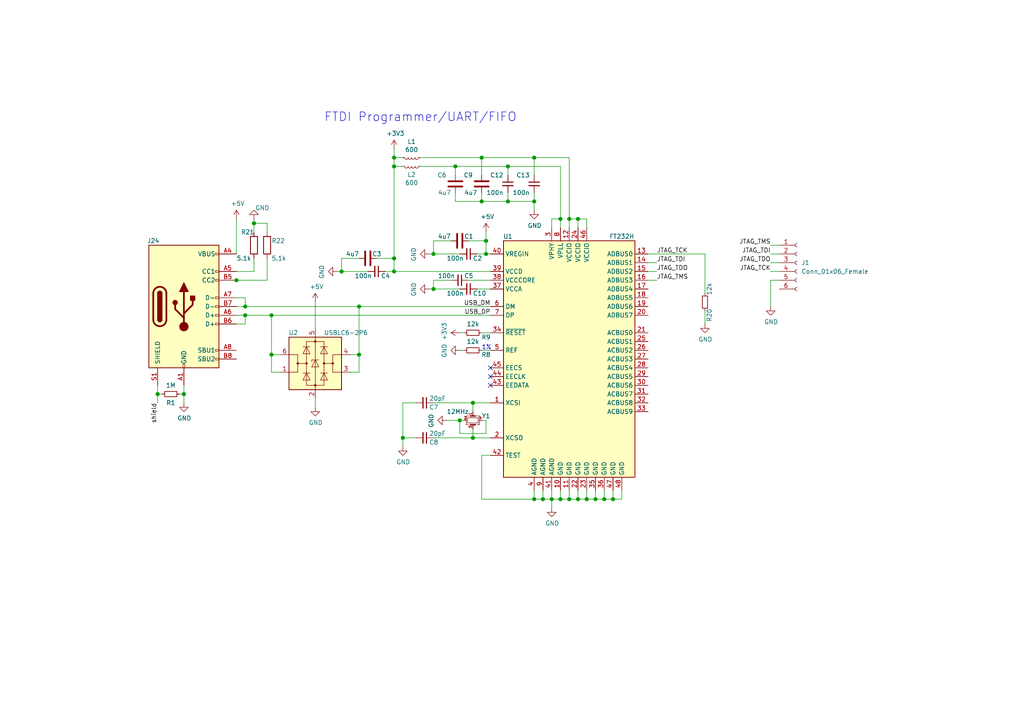
<source format=kicad_sch>
(kicad_sch (version 20230121) (generator eeschema)
  (paper "A4")
  (title_block (title "JTAG Programmer") (date "2020-12-26") (rev "V1.0") (company "GsD"))
  (lib_symbols
    (symbol "Connector:Conn_01x06_Female" (pin_names (offset 1.016) hide)
      (property "Reference" "J" (at 0 7.62 0))
      (property "Value" "Conn_01x06_Female" (at 0 -10.16 0))
      (symbol "Conn_01x06_Female_1_1"
        (arc (start 0 -7.112) (mid -0.5058 -7.62) (end 0 -8.128) (stroke (width 0.1524)))
        (arc (start 0 -4.572) (mid -0.5058 -5.08) (end 0 -5.588) (stroke (width 0.1524)))
        (arc (start 0 -2.032) (mid -0.5058 -2.54) (end 0 -3.048) (stroke (width 0.1524)))
        (polyline (pts (xy -1.27 -7.62) (xy -0.508 -7.62)) (stroke (width 0.1524)))
        (polyline (pts (xy -1.27 -5.08) (xy -0.508 -5.08)) (stroke (width 0.1524)))
        (polyline (pts (xy -1.27 -2.54) (xy -0.508 -2.54)) (stroke (width 0.1524)))
        (polyline (pts (xy -1.27 0) (xy -0.508 0)) (stroke (width 0.1524)))
        (polyline (pts (xy -1.27 2.54) (xy -0.508 2.54)) (stroke (width 0.1524)))
        (polyline (pts (xy -1.27 5.08) (xy -0.508 5.08)) (stroke (width 0.1524)))
        (arc (start 0 0.508) (mid -0.5058 0) (end 0 -0.508) (stroke (width 0.1524)))
        (arc (start 0 3.048) (mid -0.5058 2.54) (end 0 2.032) (stroke (width 0.1524)))
        (arc (start 0 5.588) (mid -0.5058 5.08) (end 0 4.572) (stroke (width 0.1524)))
        (pin passive line (at -5.08 5.08 0) (length 3.81) (name "Pin_1") (number "1"))
        (pin passive line (at -5.08 2.54 0) (length 3.81) (name "Pin_2") (number "2"))
        (pin passive line (at -5.08 0 0) (length 3.81) (name "Pin_3") (number "3"))
        (pin passive line (at -5.08 -2.54 0) (length 3.81) (name "Pin_4") (number "4"))
        (pin passive line (at -5.08 -5.08 0) (length 3.81) (name "Pin_5") (number "5"))
        (pin passive line (at -5.08 -7.62 0) (length 3.81) (name "Pin_6") (number "6"))
      )
    )
    (symbol "Connector:USB_C_Receptacle_USB2.0" (pin_names (offset 1.016))
      (property "Reference" "J" (at -10.16 19.05 0))
      (property "Value" "USB_C_Receptacle_USB2.0" (at 19.05 19.05 0))
      (symbol "USB_C_Receptacle_USB2.0_0_0"
        (rectangle (start -0.254 -17.78) (end 0.254 -16.764))
        (rectangle (start 10.16 -14.986) (end 9.144 -15.494))
        (rectangle (start 10.16 -12.446) (end 9.144 -12.954))
        (rectangle (start 10.16 -4.826) (end 9.144 -5.334))
        (rectangle (start 10.16 -2.286) (end 9.144 -2.794))
        (rectangle (start 10.16 0.254) (end 9.144 -0.254))
        (rectangle (start 10.16 2.794) (end 9.144 2.286))
        (rectangle (start 10.16 7.874) (end 9.144 7.366))
        (rectangle (start 10.16 10.414) (end 9.144 9.906))
        (rectangle (start 10.16 15.494) (end 9.144 14.986))
      )
      (symbol "USB_C_Receptacle_USB2.0_0_1"
        (rectangle (start -10.16 17.78) (end 10.16 -17.78) (stroke (width 0.254)) (fill (type background)))
        (arc (start -8.89 -3.81) (mid -6.985 -5.7067) (end -5.08 -3.81) (stroke (width 0.508)))
        (arc (start -7.62 -3.81) (mid -6.985 -4.4423) (end -6.35 -3.81) (stroke (width 0.254)))
        (arc (start -7.62 -3.81) (mid -6.985 -4.4423) (end -6.35 -3.81) (stroke (width 0.254)) (fill (type outline)))
        (rectangle (start -7.62 -3.81) (end -6.35 3.81) (stroke (width 0.254)) (fill (type outline)))
        (arc (start -6.35 3.81) (mid -6.985 4.4423) (end -7.62 3.81) (stroke (width 0.254)))
        (arc (start -6.35 3.81) (mid -6.985 4.4423) (end -7.62 3.81) (stroke (width 0.254)) (fill (type outline)))
        (arc (start -5.08 3.81) (mid -6.985 5.7067) (end -8.89 3.81) (stroke (width 0.508)))
        (circle (center -2.54 1.143) (radius 0.635) (stroke (width 0.254)) (fill (type outline)))
        (circle (center 0 -5.842) (radius 1.27) (fill (type outline)))
        (polyline (pts (xy -8.89 -3.81) (xy -8.89 3.81)) (stroke (width 0.508)))
        (polyline (pts (xy -5.08 3.81) (xy -5.08 -3.81)) (stroke (width 0.508)))
        (polyline (pts (xy 0 -5.842) (xy 0 4.318)) (stroke (width 0.508)))
        (polyline (pts (xy 0 -3.302) (xy -2.54 -0.762) (xy -2.54 0.508)) (stroke (width 0.508)))
        (polyline (pts (xy 0 -2.032) (xy 2.54 0.508) (xy 2.54 1.778)) (stroke (width 0.508)))
        (polyline (pts (xy -1.27 4.318) (xy 0 6.858) (xy 1.27 4.318) (xy -1.27 4.318)) (stroke (width 0.254)) (fill (type outline)))
        (rectangle (start 1.905 1.778) (end 3.175 3.048) (stroke (width 0.254)) (fill (type outline)))
      )
      (symbol "USB_C_Receptacle_USB2.0_1_1"
        (pin power_in line (at 0 -22.86 90) (length 5.08) (name "GND") (number "A1"))
        (pin passive line (at 0 -22.86 90) (length 5.08) hide (name "GND") (number "A12"))
        (pin power_in line (at 15.24 15.24 180) (length 5.08) (name "VBUS") (number "A4"))
        (pin bidirectional line (at 15.24 10.16 180) (length 5.08) (name "CC1") (number "A5"))
        (pin bidirectional line (at 15.24 -2.54 180) (length 5.08) (name "D+") (number "A6"))
        (pin bidirectional line (at 15.24 2.54 180) (length 5.08) (name "D-") (number "A7"))
        (pin bidirectional line (at 15.24 -12.7 180) (length 5.08) (name "SBU1") (number "A8"))
        (pin passive line (at 15.24 15.24 180) (length 5.08) hide (name "VBUS") (number "A9"))
        (pin passive line (at 0 -22.86 90) (length 5.08) hide (name "GND") (number "B1"))
        (pin passive line (at 0 -22.86 90) (length 5.08) hide (name "GND") (number "B12"))
        (pin passive line (at 15.24 15.24 180) (length 5.08) hide (name "VBUS") (number "B4"))
        (pin bidirectional line (at 15.24 7.62 180) (length 5.08) (name "CC2") (number "B5"))
        (pin bidirectional line (at 15.24 -5.08 180) (length 5.08) (name "D+") (number "B6"))
        (pin bidirectional line (at 15.24 0 180) (length 5.08) (name "D-") (number "B7"))
        (pin bidirectional line (at 15.24 -15.24 180) (length 5.08) (name "SBU2") (number "B8"))
        (pin passive line (at 15.24 15.24 180) (length 5.08) hide (name "VBUS") (number "B9"))
        (pin passive line (at -7.62 -22.86 90) (length 5.08) (name "SHIELD") (number "S1"))
      )
    )
    (symbol "Device:Crystal_GND24_Small" (pin_names (offset 1.016) hide)
      (property "Reference" "Y" (at 1.27 4.445 0))
      (property "Value" "Crystal_GND24_Small" (at 1.27 2.54 0))
      (symbol "Crystal_GND24_Small_0_1"
        (rectangle (start -0.762 -1.524) (end 0.762 1.524))
        (polyline (pts (xy -1.27 -0.762) (xy -1.27 0.762)) (stroke (width 0.381)))
        (polyline (pts (xy 1.27 -0.762) (xy 1.27 0.762)) (stroke (width 0.381)))
        (polyline (pts (xy -1.27 -1.27) (xy -1.27 -1.905) (xy 1.27 -1.905) (xy 1.27 -1.27)))
        (polyline (pts (xy -1.27 1.27) (xy -1.27 1.905) (xy 1.27 1.905) (xy 1.27 1.27)))
      )
      (symbol "Crystal_GND24_Small_1_1"
        (pin passive line (at -2.54 0 0) (length 1.27) (name "1") (number "1"))
        (pin passive line (at 0 -2.54 90) (length 0.635) (name "2") (number "2"))
        (pin passive line (at 2.54 0 180) (length 1.27) (name "3") (number "3"))
        (pin passive line (at 0 2.54 270) (length 0.635) (name "4") (number "4"))
      )
    )
    (symbol "Device:R" (pin_numbers hide) (pin_names (offset 0))
      (property "Reference" "R" (at 2.032 0 90))
      (property "Value" "R" (at 0 0 90))
      (symbol "R_0_1"
        (rectangle (start -1.016 -2.54) (end 1.016 2.54) (stroke (width 0.254)))
      )
      (symbol "R_1_1"
        (pin passive line (at 0 3.81 270) (length 1.27) (name "~") (number "1"))
        (pin passive line (at 0 -3.81 90) (length 1.27) (name "~") (number "2"))
      )
    )
    (symbol "Interface_USB:FT232H"
      (property "Reference" "U" (at -19.05 35.56 0))
      (property "Value" "FT232H" (at 12.7 35.56 0))
      (symbol "FT232H_0_1"
        (rectangle (start -19.05 34.29) (end 19.05 -34.29) (stroke (width 0.254)) (fill (type background)))
      )
      (symbol "FT232H_1_1"
        (pin input line (at -22.86 -12.7 0) (length 3.81) (name "XCSI") (number "1"))
        (pin power_in line (at -2.54 -38.1 90) (length 3.81) (name "GND") (number "10"))
        (pin power_in line (at 0 -38.1 90) (length 3.81) (name "GND") (number "11"))
        (pin power_in line (at 0 38.1 270) (length 3.81) (name "VCCIO") (number "12"))
        (pin bidirectional line (at 22.86 30.48 180) (length 3.81) (name "ADBUS0") (number "13"))
        (pin bidirectional line (at 22.86 27.94 180) (length 3.81) (name "ADBUS1") (number "14"))
        (pin bidirectional line (at 22.86 25.4 180) (length 3.81) (name "ADBUS2") (number "15"))
        (pin bidirectional line (at 22.86 22.86 180) (length 3.81) (name "ADBUS3") (number "16"))
        (pin bidirectional line (at 22.86 20.32 180) (length 3.81) (name "ADBUS4") (number "17"))
        (pin bidirectional line (at 22.86 17.78 180) (length 3.81) (name "ADBUS5") (number "18"))
        (pin bidirectional line (at 22.86 15.24 180) (length 3.81) (name "ADBUS6") (number "19"))
        (pin output line (at -22.86 -22.86 0) (length 3.81) (name "XCSO") (number "2"))
        (pin bidirectional line (at 22.86 12.7 180) (length 3.81) (name "ADBUS7") (number "20"))
        (pin bidirectional line (at 22.86 7.62 180) (length 3.81) (name "ACBUS0") (number "21"))
        (pin power_in line (at 2.54 -38.1 90) (length 3.81) (name "GND") (number "22"))
        (pin power_in line (at 5.08 -38.1 90) (length 3.81) (name "GND") (number "23"))
        (pin power_in line (at 2.54 38.1 270) (length 3.81) (name "VCCIO") (number "24"))
        (pin bidirectional line (at 22.86 5.08 180) (length 3.81) (name "ACBUS1") (number "25"))
        (pin bidirectional line (at 22.86 2.54 180) (length 3.81) (name "ACBUS2") (number "26"))
        (pin bidirectional line (at 22.86 0 180) (length 3.81) (name "ACBUS3") (number "27"))
        (pin bidirectional line (at 22.86 -2.54 180) (length 3.81) (name "ACBUS4") (number "28"))
        (pin bidirectional line (at 22.86 -5.08 180) (length 3.81) (name "ACBUS5") (number "29"))
        (pin power_in line (at -5.08 38.1 270) (length 3.81) (name "VPHY") (number "3"))
        (pin bidirectional line (at 22.86 -7.62 180) (length 3.81) (name "ACBUS6") (number "30"))
        (pin bidirectional line (at 22.86 -10.16 180) (length 3.81) (name "ACBUS7") (number "31"))
        (pin bidirectional line (at 22.86 -12.7 180) (length 3.81) (name "ACBUS8") (number "32"))
        (pin bidirectional line (at 22.86 -15.24 180) (length 3.81) (name "ACBUS9") (number "33"))
        (pin input line (at -22.86 7.62 0) (length 3.81) (name "~{RESET}") (number "34"))
        (pin power_in line (at 7.62 -38.1 90) (length 3.81) (name "GND") (number "35"))
        (pin power_in line (at 10.16 -38.1 90) (length 3.81) (name "GND") (number "36"))
        (pin power_out line (at -22.86 20.32 0) (length 3.81) (name "VCCA") (number "37"))
        (pin power_out line (at -22.86 22.86 0) (length 3.81) (name "VCCCORE") (number "38"))
        (pin power_in line (at -22.86 25.4 0) (length 3.81) (name "VCCD") (number "39"))
        (pin power_in line (at -10.16 -38.1 90) (length 3.81) (name "AGND") (number "4"))
        (pin power_in line (at -22.86 30.48 0) (length 3.81) (name "VREGIN") (number "40"))
        (pin power_in line (at -5.08 -38.1 90) (length 3.81) (name "AGND") (number "41"))
        (pin input line (at -22.86 -27.94 0) (length 3.81) (name "TEST") (number "42"))
        (pin bidirectional line (at -22.86 -7.62 0) (length 3.81) (name "EEDATA") (number "43"))
        (pin input line (at -22.86 -5.08 0) (length 3.81) (name "EECLK") (number "44"))
        (pin input line (at -22.86 -2.54 0) (length 3.81) (name "EECS") (number "45"))
        (pin power_in line (at 5.08 38.1 270) (length 3.81) (name "VCCIO") (number "46"))
        (pin power_in line (at 12.7 -38.1 90) (length 3.81) (name "GND") (number "47"))
        (pin power_in line (at 15.24 -38.1 90) (length 3.81) (name "GND") (number "48"))
        (pin input line (at -22.86 2.54 0) (length 3.81) (name "REF") (number "5"))
        (pin bidirectional line (at -22.86 15.24 0) (length 3.81) (name "DM") (number "6"))
        (pin bidirectional line (at -22.86 12.7 0) (length 3.81) (name "DP") (number "7"))
        (pin power_in line (at -2.54 38.1 270) (length 3.81) (name "VPLL") (number "8"))
        (pin power_in line (at -7.62 -38.1 90) (length 3.81) (name "AGND") (number "9"))
      )
    )
    (symbol "Power_Protection:USBLC6-2P6" (pin_names hide)
      (property "Reference" "U" (at 2.54 8.89 0))
      (property "Value" "USBLC6-2P6" (at 2.54 -8.89 0))
      (symbol "USBLC6-2P6_0_1"
        (rectangle (start -7.62 -7.62) (end 7.62 7.62) (stroke (width 0.254)) (fill (type background)))
        (circle (center -5.08 0) (radius 0.254) (fill (type outline)))
        (circle (center -2.54 0) (radius 0.254) (fill (type outline)))
        (rectangle (start -2.54 6.35) (end 2.54 -6.35))
        (circle (center 0 -6.35) (radius 0.254) (fill (type outline)))
        (polyline (pts (xy -5.08 -2.54) (xy -7.62 -2.54)))
        (polyline (pts (xy -5.08 0) (xy -5.08 -2.54)))
        (polyline (pts (xy -5.08 2.54) (xy -7.62 2.54)))
        (polyline (pts (xy -1.524 -2.794) (xy -3.556 -2.794)))
        (polyline (pts (xy -1.524 4.826) (xy -3.556 4.826)))
        (polyline (pts (xy 0 -7.62) (xy 0 -6.35)))
        (polyline (pts (xy 0 -6.35) (xy 0 1.27)))
        (polyline (pts (xy 0 1.27) (xy 0 6.35)))
        (polyline (pts (xy 0 6.35) (xy 0 7.62)))
        (polyline (pts (xy 1.524 -2.794) (xy 3.556 -2.794)))
        (polyline (pts (xy 1.524 4.826) (xy 3.556 4.826)))
        (polyline (pts (xy 5.08 -2.54) (xy 7.62 -2.54)))
        (polyline (pts (xy 5.08 0) (xy 5.08 -2.54)))
        (polyline (pts (xy 5.08 2.54) (xy 7.62 2.54)))
        (polyline (pts (xy -2.54 0) (xy -5.08 0) (xy -5.08 2.54)))
        (polyline (pts (xy 2.54 0) (xy 5.08 0) (xy 5.08 2.54)))
        (polyline (pts (xy -3.556 -4.826) (xy -1.524 -4.826) (xy -2.54 -2.794) (xy -3.556 -4.826)))
        (polyline (pts (xy -3.556 2.794) (xy -1.524 2.794) (xy -2.54 4.826) (xy -3.556 2.794)))
        (polyline (pts (xy -1.016 -1.016) (xy 1.016 -1.016) (xy 0 1.016) (xy -1.016 -1.016)))
        (polyline (pts (xy 1.016 1.016) (xy 0.762 1.016) (xy -1.016 1.016) (xy -1.016 0.508)))
        (polyline (pts (xy 3.556 -4.826) (xy 1.524 -4.826) (xy 2.54 -2.794) (xy 3.556 -4.826)))
        (polyline (pts (xy 3.556 2.794) (xy 1.524 2.794) (xy 2.54 4.826) (xy 3.556 2.794)))
        (circle (center 0 6.35) (radius 0.254) (fill (type outline)))
        (circle (center 2.54 0) (radius 0.254) (fill (type outline)))
        (circle (center 5.08 0) (radius 0.254) (fill (type outline)))
      )
      (symbol "USBLC6-2P6_1_1"
        (pin passive line (at -10.16 -2.54 0) (length 2.54) (name "I/O1") (number "1"))
        (pin passive line (at 0 -10.16 90) (length 2.54) (name "GND") (number "2"))
        (pin passive line (at 10.16 -2.54 180) (length 2.54) (name "I/O2") (number "3"))
        (pin passive line (at 10.16 2.54 180) (length 2.54) (name "I/O2") (number "4"))
        (pin passive line (at 0 10.16 270) (length 2.54) (name "VBUS") (number "5"))
        (pin passive line (at -10.16 2.54 0) (length 2.54) (name "I/O1") (number "6"))
      )
    )
    (symbol "icebreaker-rescue:pkl_C-pkl_device" (pin_numbers hide) (pin_names (offset 0.254))
      (property "Reference" "C" (at 0.635 2.54 0))
      (property "Value" "pkl_C-pkl_device" (at 0.635 -2.54 0))
      (symbol "pkl_C-pkl_device_0_1"
        (polyline (pts (xy -2.032 -0.762) (xy 2.032 -0.762)) (stroke (width 0.508)))
        (polyline (pts (xy -2.032 0.762) (xy 2.032 0.762)) (stroke (width 0.508)))
      )
      (symbol "pkl_C-pkl_device_1_1"
        (pin passive line (at 0 2.54 270) (length 1.524) (name "~") (number "1"))
        (pin passive line (at 0 -2.54 90) (length 1.524) (name "~") (number "2"))
      )
    )
    (symbol "icebreaker-rescue:pkl_C_Small-pkl_device" (pin_numbers hide) (pin_names (offset 0.254) hide)
      (property "Reference" "C" (at 0.254 1.778 0))
      (property "Value" "pkl_C_Small-pkl_device" (at 0.254 -2.032 0))
      (symbol "pkl_C_Small-pkl_device_0_1"
        (polyline (pts (xy -1.524 -0.508) (xy 1.524 -0.508)) (stroke (width 0.3302)))
        (polyline (pts (xy -1.524 0.508) (xy 1.524 0.508)) (stroke (width 0.3048)))
      )
      (symbol "pkl_C_Small-pkl_device_1_1"
        (pin passive line (at 0 2.54 270) (length 1.905) (name "~") (number "1"))
        (pin passive line (at 0 -2.54 90) (length 2.032) (name "~") (number "2"))
      )
    )
    (symbol "icebreaker-rescue:pkl_L_Small-pkl_device" (pin_numbers hide) (pin_names (offset 0) hide)
      (property "Reference" "L" (at 1.524 1.27 0))
      (property "Value" "pkl_L_Small-pkl_device" (at 1.524 -1.27 0))
      (symbol "pkl_L_Small-pkl_device_0_1"
        (arc (start 0 -2.032) (mid 0.5058 -1.524) (end 0 -1.016))
        (arc (start 0 -1.016) (mid 0.5058 -0.508) (end 0 0))
        (arc (start 0 0) (mid 0.5058 0.508) (end 0 1.016))
        (arc (start 0 1.016) (mid 0.5058 1.524) (end 0 2.032))
      )
      (symbol "pkl_L_Small-pkl_device_1_1"
        (pin input line (at 0 -2.54 90) (length 0.508) (name "1") (number "1"))
        (pin input line (at 0 2.54 270) (length 0.508) (name "2") (number "2"))
      )
    )
    (symbol "icebreaker-rescue:pkl_R_Small-pkl_device" (pin_numbers hide) (pin_names (offset 0.254) hide)
      (property "Reference" "R" (at 0.762 0.508 0))
      (property "Value" "pkl_R_Small-pkl_device" (at 0.762 -1.016 0))
      (symbol "pkl_R_Small-pkl_device_0_1"
        (rectangle (start -0.762 1.778) (end 0.762 -1.778) (stroke (width 0.2032)))
      )
      (symbol "pkl_R_Small-pkl_device_1_1"
        (pin passive line (at 0 2.54 270) (length 0.762) (name "~") (number "1"))
        (pin passive line (at 0 -2.54 90) (length 0.762) (name "~") (number "2"))
      )
    )
    (symbol "power:+3V3" (power) (pin_names (offset 0))
      (property "Value" "+3V3" (at 0 3.556 0))
      (symbol "+3V3_0_1"
        (polyline (pts (xy -0.762 1.27) (xy 0 2.54)))
        (polyline (pts (xy 0 0) (xy 0 2.54)))
        (polyline (pts (xy 0 2.54) (xy 0.762 1.27)))
      )
      (symbol "+3V3_1_1"
        (pin power_in line (at 0 0 90) (length 0) hide (name "+3V3") (number "1"))
      )
    )
    (symbol "power:+5V" (power) (pin_names (offset 0))
      (property "Value" "+5V" (at 0 3.556 0))
      (symbol "+5V_0_1"
        (polyline (pts (xy -0.762 1.27) (xy 0 2.54)))
        (polyline (pts (xy 0 0) (xy 0 2.54)))
        (polyline (pts (xy 0 2.54) (xy 0.762 1.27)))
      )
      (symbol "+5V_1_1"
        (pin power_in line (at 0 0 90) (length 0) hide (name "+5V") (number "1"))
      )
    )
    (symbol "power:GND" (power) (pin_names (offset 0))
      (property "Value" "GND" (at 0 -3.81 0))
      (symbol "GND_0_1"
        (polyline (pts (xy 0 0) (xy 0 -1.27) (xy 1.27 -1.27) (xy 0 -2.54) (xy -1.27 -1.27) (xy 0 -1.27)))
      )
      (symbol "GND_1_1"
        (pin power_in line (at 0 0 270) (length 0) hide (name "GND") (number "1"))
      )
    )
  )
  (junction (at 165.1 63.5) (diameter 1.016))
  (junction (at 104.14 102.87) (diameter 1.016))
  (junction (at 170.18 144.78) (diameter 1.016))
  (junction (at 125.73 83.82) (diameter 1.016))
  (junction (at 114.3 45.72) (diameter 1.016))
  (junction (at 172.72 144.78) (diameter 1.016))
  (junction (at 137.16 116.84) (diameter 1.016))
  (junction (at 104.14 88.9) (diameter 1.016))
  (junction (at 78.74 102.87) (diameter 1.016))
  (junction (at 162.56 144.78) (diameter 1.016))
  (junction (at 154.94 45.72) (diameter 1.016))
  (junction (at 71.12 88.9) (diameter 1.016))
  (junction (at 114.3 74.93) (diameter 1.016))
  (junction (at 68.58 81.28) (diameter 1.016))
  (junction (at 53.34 114.3) (diameter 1.016))
  (junction (at 114.3 78.74) (diameter 1.016))
  (junction (at 167.64 144.78) (diameter 1.016))
  (junction (at 140.97 69.85) (diameter 1.016))
  (junction (at 71.12 91.44) (diameter 1.016))
  (junction (at 177.8 144.78) (diameter 1.016))
  (junction (at 78.74 91.44) (diameter 1.016))
  (junction (at 154.94 58.42) (diameter 1.016))
  (junction (at 125.73 73.66) (diameter 1.016))
  (junction (at 154.94 144.78) (diameter 1.016))
  (junction (at 147.32 48.26) (diameter 1.016))
  (junction (at 73.66 64.77) (diameter 1.016))
  (junction (at 162.56 63.5) (diameter 1.016))
  (junction (at 99.06 78.74) (diameter 1.016))
  (junction (at 137.16 127) (diameter 1.016))
  (junction (at 160.02 144.78) (diameter 1.016))
  (junction (at 114.3 48.26) (diameter 1.016))
  (junction (at 147.32 58.42) (diameter 1.016))
  (junction (at 139.7 58.42) (diameter 1.016))
  (junction (at 132.08 48.26) (diameter 1.016))
  (junction (at 165.1 144.78) (diameter 1.016))
  (junction (at 133.35 121.92) (diameter 1.016))
  (junction (at 175.26 144.78) (diameter 1.016))
  (junction (at 167.64 63.5) (diameter 1.016))
  (junction (at 45.72 114.3) (diameter 1.016))
  (junction (at 139.7 45.72) (diameter 1.016))
  (junction (at 157.48 144.78) (diameter 1.016))
  (junction (at 116.84 127) (diameter 1.016))
  (junction (at 140.97 73.66) (diameter 1.016))
  (no_connect (at 142.24 106.68))
  (no_connect (at 142.24 109.22))
  (no_connect (at 142.24 111.76))
  (wire (pts (xy 68.58 63.5) (xy 68.58 73.66)))
  (wire (pts (xy 101.6 107.95) (xy 104.14 107.95)))
  (wire (pts (xy 162.56 142.24) (xy 162.56 144.78)))
  (wire (pts (xy 139.7 45.72) (xy 154.94 45.72)))
  (wire (pts (xy 114.3 78.74) (xy 114.3 74.93)))
  (wire (pts (xy 139.7 55.88) (xy 139.7 58.42)))
  (wire (pts (xy 226.06 76.2) (xy 223.52 76.2)))
  (wire (pts (xy 157.48 142.24) (xy 157.48 144.78)))
  (wire (pts (xy 154.94 142.24) (xy 154.94 144.78)))
  (wire (pts (xy 130.81 69.85) (xy 125.73 69.85)))
  (wire (pts (xy 167.64 63.5) (xy 165.1 63.5)))
  (wire (pts (xy 140.97 125.73) (xy 133.35 125.73)))
  (wire (pts (xy 142.24 101.6) (xy 139.7 101.6)))
  (wire (pts (xy 91.44 115.57) (xy 91.44 118.11)))
  (wire (pts (xy 177.8 142.24) (xy 177.8 144.78)))
  (wire (pts (xy 142.24 132.08) (xy 139.7 132.08)))
  (wire (pts (xy 187.96 78.74) (xy 190.5 78.74)))
  (wire (pts (xy 125.73 116.84) (xy 137.16 116.84)))
  (wire (pts (xy 154.94 45.72) (xy 154.94 50.8)))
  (wire (pts (xy 175.26 144.78) (xy 177.8 144.78)))
  (wire (pts (xy 138.43 73.66) (xy 140.97 73.66)))
  (wire (pts (xy 104.14 74.93) (xy 99.06 74.93)))
  (wire (pts (xy 132.08 48.26) (xy 147.32 48.26)))
  (wire (pts (xy 172.72 144.78) (xy 175.26 144.78)))
  (wire (pts (xy 137.16 119.38) (xy 137.16 116.84)))
  (wire (pts (xy 170.18 63.5) (xy 167.64 63.5)))
  (wire (pts (xy 187.96 73.66) (xy 204.47 73.66)))
  (wire (pts (xy 139.7 45.72) (xy 139.7 50.8)))
  (wire (pts (xy 139.7 144.78) (xy 154.94 144.78)))
  (wire (pts (xy 147.32 48.26) (xy 147.32 50.8)))
  (wire (pts (xy 78.74 102.87) (xy 78.74 91.44)))
  (wire (pts (xy 99.06 78.74) (xy 106.68 78.74)))
  (wire (pts (xy 68.58 93.98) (xy 71.12 93.98)))
  (wire (pts (xy 139.7 121.92) (xy 140.97 121.92)))
  (wire (pts (xy 104.14 107.95) (xy 104.14 102.87)))
  (wire (pts (xy 226.06 73.66) (xy 223.52 73.66)))
  (wire (pts (xy 71.12 91.44) (xy 78.74 91.44)))
  (wire (pts (xy 226.06 71.12) (xy 223.52 71.12)))
  (wire (pts (xy 133.35 96.52) (xy 134.62 96.52)))
  (wire (pts (xy 130.81 81.28) (xy 125.73 81.28)))
  (wire (pts (xy 101.6 102.87) (xy 104.14 102.87)))
  (wire (pts (xy 114.3 45.72) (xy 114.3 48.26)))
  (wire (pts (xy 167.64 66.04) (xy 167.64 63.5)))
  (wire (pts (xy 140.97 69.85) (xy 140.97 73.66)))
  (wire (pts (xy 187.96 76.2) (xy 190.5 76.2)))
  (wire (pts (xy 133.35 83.82) (xy 125.73 83.82)))
  (wire (pts (xy 133.35 121.92) (xy 134.62 121.92)))
  (wire (pts (xy 140.97 67.31) (xy 140.97 69.85)))
  (wire (pts (xy 71.12 86.36) (xy 71.12 88.9)))
  (wire (pts (xy 170.18 66.04) (xy 170.18 63.5)))
  (wire (pts (xy 135.89 69.85) (xy 140.97 69.85)))
  (wire (pts (xy 81.28 107.95) (xy 78.74 107.95)))
  (wire (pts (xy 147.32 48.26) (xy 162.56 48.26)))
  (wire (pts (xy 125.73 69.85) (xy 125.73 73.66)))
  (wire (pts (xy 160.02 144.78) (xy 162.56 144.78)))
  (wire (pts (xy 78.74 107.95) (xy 78.74 102.87)))
  (wire (pts (xy 204.47 90.17) (xy 204.47 93.98)))
  (wire (pts (xy 138.43 83.82) (xy 142.24 83.82)))
  (wire (pts (xy 157.48 144.78) (xy 160.02 144.78)))
  (wire (pts (xy 160.02 66.04) (xy 160.02 63.5)))
  (wire (pts (xy 187.96 81.28) (xy 190.5 81.28)))
  (wire (pts (xy 78.74 91.44) (xy 142.24 91.44)))
  (wire (pts (xy 116.84 127) (xy 116.84 129.54)))
  (wire (pts (xy 177.8 144.78) (xy 180.34 144.78)))
  (wire (pts (xy 114.3 74.93) (xy 114.3 48.26)))
  (wire (pts (xy 160.02 144.78) (xy 160.02 147.32)))
  (wire (pts (xy 116.84 127) (xy 120.65 127)))
  (wire (pts (xy 154.94 58.42) (xy 154.94 60.96)))
  (wire (pts (xy 154.94 45.72) (xy 165.1 45.72)))
  (wire (pts (xy 71.12 88.9) (xy 104.14 88.9)))
  (wire (pts (xy 99.06 78.74) (xy 97.79 78.74)))
  (wire (pts (xy 73.66 78.74) (xy 68.58 78.74)))
  (wire (pts (xy 139.7 96.52) (xy 142.24 96.52)))
  (wire (pts (xy 53.34 114.3) (xy 53.34 116.84)))
  (wire (pts (xy 73.66 64.77) (xy 73.66 67.31)))
  (wire (pts (xy 162.56 48.26) (xy 162.56 63.5)))
  (wire (pts (xy 180.34 144.78) (xy 180.34 142.24)))
  (wire (pts (xy 125.73 73.66) (xy 124.46 73.66)))
  (wire (pts (xy 132.08 55.88) (xy 132.08 58.42)))
  (wire (pts (xy 109.22 74.93) (xy 114.3 74.93)))
  (wire (pts (xy 99.06 74.93) (xy 99.06 78.74)))
  (wire (pts (xy 139.7 58.42) (xy 147.32 58.42)))
  (wire (pts (xy 114.3 45.72) (xy 116.84 45.72)))
  (wire (pts (xy 162.56 63.5) (xy 162.56 66.04)))
  (wire (pts (xy 132.08 58.42) (xy 139.7 58.42)))
  (wire (pts (xy 121.92 48.26) (xy 132.08 48.26)))
  (wire (pts (xy 45.72 114.3) (xy 46.99 114.3)))
  (wire (pts (xy 114.3 43.18) (xy 114.3 45.72)))
  (wire (pts (xy 81.28 102.87) (xy 78.74 102.87)))
  (wire (pts (xy 154.94 144.78) (xy 157.48 144.78)))
  (wire (pts (xy 137.16 127) (xy 142.24 127)))
  (wire (pts (xy 147.32 55.88) (xy 147.32 58.42)))
  (wire (pts (xy 172.72 142.24) (xy 172.72 144.78)))
  (wire (pts (xy 77.47 67.31) (xy 77.47 64.77)))
  (wire (pts (xy 139.7 132.08) (xy 139.7 144.78)))
  (wire (pts (xy 125.73 127) (xy 137.16 127)))
  (wire (pts (xy 170.18 144.78) (xy 172.72 144.78)))
  (wire (pts (xy 135.89 81.28) (xy 142.24 81.28)))
  (wire (pts (xy 223.52 81.28) (xy 223.52 88.9)))
  (wire (pts (xy 45.72 114.3) (xy 45.72 116.84)))
  (wire (pts (xy 226.06 81.28) (xy 223.52 81.28)))
  (wire (pts (xy 120.65 116.84) (xy 116.84 116.84)))
  (wire (pts (xy 167.64 144.78) (xy 170.18 144.78)))
  (wire (pts (xy 137.16 124.46) (xy 137.16 127)))
  (wire (pts (xy 165.1 63.5) (xy 165.1 66.04)))
  (wire (pts (xy 73.66 63.5) (xy 73.66 64.77)))
  (wire (pts (xy 129.54 121.92) (xy 133.35 121.92)))
  (wire (pts (xy 160.02 63.5) (xy 162.56 63.5)))
  (wire (pts (xy 170.18 142.24) (xy 170.18 144.78)))
  (wire (pts (xy 68.58 86.36) (xy 71.12 86.36)))
  (wire (pts (xy 77.47 64.77) (xy 73.66 64.77)))
  (wire (pts (xy 68.58 81.28) (xy 77.47 81.28)))
  (wire (pts (xy 68.58 91.44) (xy 71.12 91.44)))
  (wire (pts (xy 160.02 142.24) (xy 160.02 144.78)))
  (wire (pts (xy 111.76 78.74) (xy 114.3 78.74)))
  (wire (pts (xy 147.32 58.42) (xy 154.94 58.42)))
  (wire (pts (xy 175.26 142.24) (xy 175.26 144.78)))
  (wire (pts (xy 162.56 144.78) (xy 165.1 144.78)))
  (wire (pts (xy 121.92 45.72) (xy 139.7 45.72)))
  (wire (pts (xy 52.07 114.3) (xy 53.34 114.3)))
  (wire (pts (xy 223.52 78.74) (xy 226.06 78.74)))
  (wire (pts (xy 165.1 45.72) (xy 165.1 63.5)))
  (wire (pts (xy 133.35 125.73) (xy 133.35 121.92)))
  (wire (pts (xy 77.47 81.28) (xy 77.47 74.93)))
  (wire (pts (xy 71.12 91.44) (xy 71.12 93.98)))
  (wire (pts (xy 91.44 87.63) (xy 91.44 95.25)))
  (wire (pts (xy 66.04 81.28) (xy 68.58 81.28)))
  (wire (pts (xy 104.14 88.9) (xy 142.24 88.9)))
  (wire (pts (xy 116.84 116.84) (xy 116.84 127)))
  (wire (pts (xy 132.08 48.26) (xy 132.08 50.8)))
  (wire (pts (xy 142.24 78.74) (xy 114.3 78.74)))
  (wire (pts (xy 45.72 111.76) (xy 45.72 114.3)))
  (wire (pts (xy 68.58 88.9) (xy 71.12 88.9)))
  (wire (pts (xy 114.3 48.26) (xy 116.84 48.26)))
  (wire (pts (xy 167.64 142.24) (xy 167.64 144.78)))
  (wire (pts (xy 125.73 83.82) (xy 124.46 83.82)))
  (wire (pts (xy 104.14 88.9) (xy 104.14 102.87)))
  (wire (pts (xy 133.35 101.6) (xy 134.62 101.6)))
  (wire (pts (xy 140.97 121.92) (xy 140.97 125.73)))
  (wire (pts (xy 165.1 142.24) (xy 165.1 144.78)))
  (wire (pts (xy 73.66 74.93) (xy 73.66 78.74)))
  (wire (pts (xy 137.16 116.84) (xy 142.24 116.84)))
  (wire (pts (xy 140.97 73.66) (xy 142.24 73.66)))
  (wire (pts (xy 125.73 81.28) (xy 125.73 83.82)))
  (wire (pts (xy 154.94 58.42) (xy 154.94 55.88)))
  (wire (pts (xy 53.34 114.3) (xy 53.34 111.76)))
  (wire (pts (xy 165.1 144.78) (xy 167.64 144.78)))
  (wire (pts (xy 204.47 73.66) (xy 204.47 85.09)))
  (wire (pts (xy 125.73 73.66) (xy 133.35 73.66)))
  (text "1%" (at 139.7 101.6 0) (effects (font (size 1.27 1.27)) (justify left bottom)))
  (text "FTDI Programmer/UART/FIFO" (at 93.98 35.56 0) (effects (font (size 2.54 2.54)) (justify left bottom)))
  (label "shield" (at 45.72 116.84 270))
  (label "JTAG_TDO" (at 190.5 78.74 0))
  (label "USB_DP" (at 142.24 91.44 180))
  (label "JTAG_TDO" (at 223.52 76.2 180))
  (label "JTAG_TDI" (at 190.5 76.2 0))
  (label "JTAG_TMS" (at 190.5 81.28 0))
  (label "JTAG_TDI" (at 223.52 73.66 180))
  (label "JTAG_TMS" (at 223.52 71.12 180))
  (label "JTAG_TCK" (at 190.5 73.66 0))
  (label "USB_DM" (at 142.24 88.9 180))
  (label "JTAG_TCK" (at 223.52 78.74 180))
  (symbol (lib_id "power:GND") (at 160.02 147.32 0) (unit 1)
    (property "Reference" "#PWR04" (effects hide))
    (property "Value" "GND" (at 160.147 151.7904 0))
  )
  (symbol (lib_id "icebreaker-rescue:pkl_R_Small-pkl_device") (at 49.53 114.3 270) (unit 1)
    (property "Reference" "R1" (at 49.53 116.84 90))
    (property "Value" "1M" (at 49.53 111.76 90))
    (property "Footprint" "Resistor_SMD:R_0402_1005Metric" (effects hide))
    (property "Source" "ANY" (effects hide))
  )
  (symbol (lib_id "power:GND") (at 53.34 116.84 0) (unit 1)
    (property "Reference" "#PWR06" (effects hide))
    (property "Value" "GND" (at 53.467 121.3104 0))
  )
  (symbol (lib_id "power:+5V") (at 68.58 63.5 0) (unit 1)
    (property "Reference" "#PWR08" (effects hide))
    (property "Value" "+5V" (at 68.961 59.0296 0))
  )
  (symbol (lib_id "icebreaker-rescue:pkl_R_Small-pkl_device") (at 137.16 96.52 270) (unit 1)
    (property "Reference" "R9" (at 140.97 97.79 90))
    (property "Value" "12k" (at 137.16 93.98 90))
    (property "Footprint" "Resistor_SMD:R_0402_1005Metric" (effects hide))
    (property "Source" "ANY" (effects hide))
  )
  (symbol (lib_id "power:+3V3") (at 133.35 96.52 90) (unit 1)
    (property "Reference" "#PWR09" (effects hide))
    (property "Value" "+3V3" (at 128.8796 96.139 0))
  )
  (symbol (lib_id "icebreaker-rescue:pkl_C_Small-pkl_device") (at 135.89 83.82 270) (mirror x) (unit 1)
    (property "Reference" "C10" (at 137.16 85.09 90) (effects (justify left)))
    (property "Value" "100n" (at 129.54 85.09 90) (effects (justify left)))
    (property "Footprint" "Capacitor_SMD:C_0402_1005Metric" (effects hide))
    (property "Source" "ANY" (effects hide))
  )
  (symbol (lib_id "power:GND") (at 124.46 83.82 270) (unit 1)
    (property "Reference" "#PWR012" (effects hide))
    (property "Value" "GND" (at 119.9896 83.947 0))
  )
  (symbol (lib_id "icebreaker-rescue:pkl_R_Small-pkl_device") (at 137.16 101.6 270) (unit 1)
    (property "Reference" "R8" (at 140.97 102.87 90))
    (property "Value" "12k" (at 137.16 99.06 90))
    (property "Footprint" "Resistor_SMD:R_0402_1005Metric" (effects hide))
    (property "Source" "ANY" (effects hide))
  )
  (symbol (lib_id "power:GND") (at 133.35 101.6 270) (unit 1)
    (property "Reference" "#PWR013" (effects hide))
    (property "Value" "GND" (at 128.8796 101.727 0))
  )
  (symbol (lib_id "icebreaker-rescue:pkl_L_Small-pkl_device") (at 119.38 45.72 270) (unit 1)
    (property "Reference" "L1" (at 119.38 41.0718 90))
    (property "Value" "600" (at 119.38 43.434 90))
    (property "Footprint" "Inductor_SMD:L_0402_1005Metric" (effects hide))
    (property "Source" "ANY" (effects hide))
  )
  (symbol (lib_id "icebreaker-rescue:pkl_L_Small-pkl_device") (at 119.38 48.26 270) (unit 1)
    (property "Reference" "L2" (at 119.38 50.673 90))
    (property "Value" "600" (at 119.38 53.0352 90))
    (property "Footprint" "Inductor_SMD:L_0402_1005Metric" (effects hide))
    (property "Source" "ANY" (effects hide))
  )
  (symbol (lib_id "icebreaker-rescue:pkl_C_Small-pkl_device") (at 154.94 53.34 0) (mirror y) (unit 1)
    (property "Reference" "C13" (at 153.67 50.8 0) (effects (justify left)))
    (property "Value" "100n" (at 153.67 55.88 0) (effects (justify left)))
    (property "Footprint" "Capacitor_SMD:C_0402_1005Metric" (effects hide))
    (property "Source" "ANY" (effects hide))
  )
  (symbol (lib_id "icebreaker-rescue:pkl_C_Small-pkl_device") (at 147.32 53.34 0) (mirror y) (unit 1)
    (property "Reference" "C12" (at 146.05 50.8 0) (effects (justify left)))
    (property "Value" "100n" (at 146.05 55.88 0) (effects (justify left)))
    (property "Footprint" "Capacitor_SMD:C_0402_1005Metric" (effects hide))
    (property "Source" "ANY" (effects hide))
  )
  (symbol (lib_id "icebreaker-rescue:pkl_C-pkl_device") (at 139.7 53.34 0) (mirror y) (unit 1)
    (property "Reference" "C9" (at 137.16 50.8 0) (effects (justify left)))
    (property "Value" "4u7" (at 138.43 55.88 0) (effects (justify left)))
    (property "Footprint" "Capacitor_SMD:C_0603_1608Metric" (effects hide))
    (property "Source" "ANY" (effects hide))
  )
  (symbol (lib_id "icebreaker-rescue:pkl_C-pkl_device") (at 132.08 53.34 0) (mirror y) (unit 1)
    (property "Reference" "C6" (at 129.54 50.8 0) (effects (justify left)))
    (property "Value" "4u7" (at 130.81 55.88 0) (effects (justify left)))
    (property "Footprint" "Capacitor_SMD:C_0603_1608Metric" (effects hide))
    (property "Source" "ANY" (effects hide))
  )
  (symbol (lib_id "power:GND") (at 154.94 60.96 0) (unit 1)
    (property "Reference" "#PWR014" (effects hide))
    (property "Value" "GND" (at 155.067 65.4304 0))
  )
  (symbol (lib_id "power:+3V3") (at 114.3 43.18 0) (unit 1)
    (property "Reference" "#PWR015" (effects hide))
    (property "Value" "+3V3" (at 114.681 38.7096 0))
  )
  (symbol (lib_id "power:GND") (at 204.47 93.98 0) (unit 1)
    (property "Reference" "#PWR0136" (effects hide))
    (property "Value" "GND" (at 204.597 98.4504 0))
  )
  (symbol (lib_id "icebreaker-rescue:pkl_C_Small-pkl_device") (at 109.22 78.74 270) (mirror x) (unit 1)
    (property "Reference" "C4" (at 110.49 80.01 90) (effects (justify left)))
    (property "Value" "100n" (at 102.87 80.01 90) (effects (justify left)))
    (property "Footprint" "Capacitor_SMD:C_0402_1005Metric" (effects hide))
    (property "Source" "ANY" (effects hide))
  )
  (symbol (lib_id "power:+5V") (at 140.97 67.31 0) (unit 1)
    (property "Reference" "#PWR0101" (effects hide))
    (property "Value" "+5V" (at 141.351 62.8396 0))
  )
  (symbol (lib_id "power:GND") (at 116.84 129.54 0) (unit 1)
    (property "Reference" "#PWR0107" (effects hide))
    (property "Value" "GND" (at 116.967 134.0104 0))
  )
  (symbol (lib_id "icebreaker-rescue:pkl_C_Small-pkl_device") (at 123.19 116.84 270) (mirror x) (unit 1)
    (property "Reference" "C7" (at 124.46 118.11 90) (effects (justify left)))
    (property "Value" "20pF" (at 124.46 115.57 90) (effects (justify left)))
    (property "Footprint" "Capacitor_SMD:C_0402_1005Metric" (effects hide))
    (property "Source" "ANY" (effects hide))
  )
  (symbol (lib_id "icebreaker-rescue:pkl_C_Small-pkl_device") (at 133.35 81.28 270) (mirror x) (unit 1)
    (property "Reference" "C5" (at 134.62 80.01 90) (effects (justify left)))
    (property "Value" "100n" (at 127 80.01 90) (effects (justify left)))
    (property "Footprint" "Capacitor_SMD:C_0402_1005Metric" (effects hide))
    (property "Source" "ANY" (effects hide))
  )
  (symbol (lib_id "Device:Crystal_GND24_Small") (at 137.16 121.92 270) (unit 1)
    (property "Reference" "Y1" (at 139.7 120.65 90) (effects (justify left)))
    (property "Value" "12MHz" (at 129.54 119.38 90) (effects (justify left)))
    (property "Footprint" "Crystal:Crystal_SMD_3225-4Pin_3.2x2.5mm" (effects hide))
  )
  (symbol (lib_id "Interface_USB:FT232H") (at 165.1 104.14 0) (unit 1)
    (property "Reference" "U1" (at 147.32 68.58 0))
    (property "Value" "FT232H" (at 180.34 68.58 0))
    (property "Footprint" "Package_DFN_QFN:QFN-48-1EP_8x8mm_P0.5mm_EP6.2x6.2mm" (effects hide))
    (property "Datasheet" "https://www.ftdichip.com/Support/Documents/DataSheets/ICs/DS_FT232H.pdf" (effects hide))
  )
  (symbol (lib_id "Power_Protection:USBLC6-2P6") (at 91.44 105.41 0) (unit 1)
    (property "Reference" "U2" (at 85.09 96.52 0))
    (property "Value" "USBLC6-2P6" (at 100.33 96.52 0))
    (property "Footprint" "Package_TO_SOT_SMD:SOT-666" (effects hide))
    (property "Datasheet" "https://www.st.com/resource/en/datasheet/usblc6-2.pdf" (effects hide))
  )
  (symbol (lib_id "power:GND") (at 124.46 73.66 270) (unit 1)
    (property "Reference" "#PWR0104" (effects hide))
    (property "Value" "GND" (at 119.9896 73.787 0))
  )
  (symbol (lib_id "power:GND") (at 129.54 121.92 270) (unit 1)
    (property "Reference" "#PWR0105" (effects hide))
    (property "Value" "GND" (at 125.0696 122.047 0))
  )
  (symbol (lib_id "power:GND") (at 223.52 88.9 0) (unit 1)
    (property "Reference" "#PWR0108" (effects hide))
    (property "Value" "GND" (at 223.647 93.3704 0))
  )
  (symbol (lib_id "Device:R") (at 73.66 71.12 0) (unit 1)
    (property "Reference" "R21" (at 69.85 67.31 0) (effects (justify left)))
    (property "Value" "5.1k" (at 68.58 74.93 0) (effects (justify left)))
    (property "Footprint" "Resistor_SMD:R_0402_1005Metric" (effects hide))
  )
  (symbol (lib_id "icebreaker-rescue:pkl_C-pkl_device") (at 133.35 69.85 270) (mirror x) (unit 1)
    (property "Reference" "C1" (at 134.62 68.58 90) (effects (justify left)))
    (property "Value" "4u7" (at 127 68.58 90) (effects (justify left)))
    (property "Footprint" "Capacitor_SMD:C_0603_1608Metric" (effects hide))
    (property "Source" "ANY" (effects hide))
  )
  (symbol (lib_id "icebreaker-rescue:pkl_C_Small-pkl_device") (at 135.89 73.66 270) (mirror x) (unit 1)
    (property "Reference" "C2" (at 137.16 74.93 90) (effects (justify left)))
    (property "Value" "100n" (at 129.54 74.93 90) (effects (justify left)))
    (property "Footprint" "Capacitor_SMD:C_0402_1005Metric" (effects hide))
    (property "Source" "ANY" (effects hide))
  )
  (symbol (lib_id "icebreaker-rescue:pkl_R_Small-pkl_device") (at 204.47 87.63 0) (unit 1)
    (property "Reference" "R20" (at 205.74 91.44 90))
    (property "Value" "12k" (at 205.74 83.82 90))
    (property "Footprint" "Resistor_SMD:R_0402_1005Metric" (effects hide))
    (property "Source" "ANY" (effects hide))
  )
  (symbol (lib_id "power:+5V") (at 91.44 87.63 0) (unit 1)
    (property "Reference" "#PWR0102" (effects hide))
    (property "Value" "+5V" (at 91.821 83.1596 0))
  )
  (symbol (lib_id "icebreaker-rescue:pkl_C-pkl_device") (at 106.68 74.93 270) (mirror x) (unit 1)
    (property "Reference" "C3" (at 107.95 73.66 90) (effects (justify left)))
    (property "Value" "4u7" (at 100.33 73.66 90) (effects (justify left)))
    (property "Footprint" "Capacitor_SMD:C_0603_1608Metric" (effects hide))
    (property "Source" "ANY" (effects hide))
  )
  (symbol (lib_id "power:GND") (at 91.44 118.11 0) (unit 1)
    (property "Reference" "#PWR0106" (effects hide))
    (property "Value" "GND" (at 91.567 122.5804 0))
  )
  (symbol (lib_id "Connector:Conn_01x06_Female") (at 231.14 76.2 0) (unit 1)
    (property "Reference" "J1" (at 232.41 76.2 0) (effects (justify left)))
    (property "Value" "Conn_01x06_Female" (at 232.41 78.74 0) (effects (justify left)))
    (property "Footprint" "Connector_PinSocket_2.54mm:PinSocket_1x06_P2.54mm_Horizontal" (effects hide))
  )
  (symbol (lib_id "Connector:USB_C_Receptacle_USB2.0") (at 53.34 88.9 0) (unit 1)
    (property "Reference" "J24" (at 44.45 69.85 0))
    (property "Value" "USB_C_Receptacle_USB2.0" (effects hide))
    (property "Footprint" "Connector_USB:USB_C_Receptacle_HRO_TYPE-C-31-M-12" (effects hide))
    (property "Datasheet" "https://www.usb.org/sites/default/files/documents/usb_type-c.zip" (effects hide))
  )
  (symbol (lib_id "power:GND") (at 97.79 78.74 270) (unit 1)
    (property "Reference" "#PWR0103" (effects hide))
    (property "Value" "GND" (at 93.3196 78.867 0))
  )
  (symbol (lib_id "icebreaker-rescue:pkl_C_Small-pkl_device") (at 123.19 127 270) (mirror x) (unit 1)
    (property "Reference" "C8" (at 124.46 128.27 90) (effects (justify left)))
    (property "Value" "20pF" (at 124.46 125.73 90) (effects (justify left)))
    (property "Footprint" "Capacitor_SMD:C_0402_1005Metric" (effects hide))
    (property "Source" "ANY" (effects hide))
  )
  (symbol (lib_id "power:GND") (at 73.66 63.5 180) (unit 1)
    (property "Reference" "#PWR0140" (effects hide))
    (property "Value" "GND" (at 76.073 60.2996 0))
  )
  (symbol (lib_id "Device:R") (at 77.47 71.12 0) (unit 1)
    (property "Reference" "R22" (at 78.74 69.85 0) (effects (justify left)))
    (property "Value" "5.1k" (at 78.74 74.93 0) (effects (justify left)))
    (property "Footprint" "Resistor_SMD:R_0402_1005Metric" (effects hide))
  )
)
</source>
